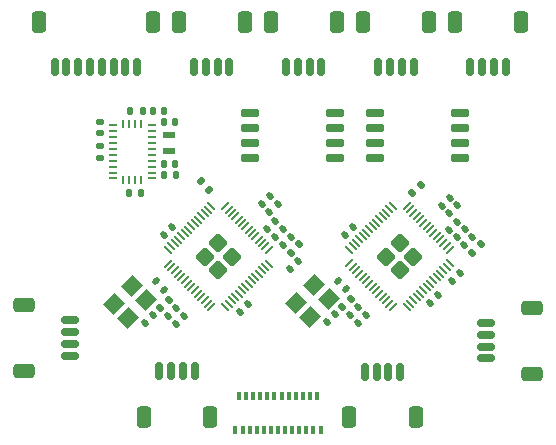
<source format=gbr>
%TF.GenerationSoftware,KiCad,Pcbnew,7.0.8*%
%TF.CreationDate,2023-12-04T13:14:00+00:00*%
%TF.ProjectId,tundraIOExpansion,74756e64-7261-4494-9f45-7870616e7369,rev?*%
%TF.SameCoordinates,Original*%
%TF.FileFunction,Paste,Top*%
%TF.FilePolarity,Positive*%
%FSLAX46Y46*%
G04 Gerber Fmt 4.6, Leading zero omitted, Abs format (unit mm)*
G04 Created by KiCad (PCBNEW 7.0.8) date 2023-12-04 13:14:00*
%MOMM*%
%LPD*%
G01*
G04 APERTURE LIST*
G04 Aperture macros list*
%AMRoundRect*
0 Rectangle with rounded corners*
0 $1 Rounding radius*
0 $2 $3 $4 $5 $6 $7 $8 $9 X,Y pos of 4 corners*
0 Add a 4 corners polygon primitive as box body*
4,1,4,$2,$3,$4,$5,$6,$7,$8,$9,$2,$3,0*
0 Add four circle primitives for the rounded corners*
1,1,$1+$1,$2,$3*
1,1,$1+$1,$4,$5*
1,1,$1+$1,$6,$7*
1,1,$1+$1,$8,$9*
0 Add four rect primitives between the rounded corners*
20,1,$1+$1,$2,$3,$4,$5,0*
20,1,$1+$1,$4,$5,$6,$7,0*
20,1,$1+$1,$6,$7,$8,$9,0*
20,1,$1+$1,$8,$9,$2,$3,0*%
%AMRotRect*
0 Rectangle, with rotation*
0 The origin of the aperture is its center*
0 $1 length*
0 $2 width*
0 $3 Rotation angle, in degrees counterclockwise*
0 Add horizontal line*
21,1,$1,$2,0,0,$3*%
G04 Aperture macros list end*
%ADD10RoundRect,0.135000X-0.035355X0.226274X-0.226274X0.035355X0.035355X-0.226274X0.226274X-0.035355X0*%
%ADD11RoundRect,0.150000X-0.650000X-0.150000X0.650000X-0.150000X0.650000X0.150000X-0.650000X0.150000X0*%
%ADD12RoundRect,0.135000X-0.135000X-0.185000X0.135000X-0.185000X0.135000X0.185000X-0.135000X0.185000X0*%
%ADD13RoundRect,0.150000X-0.150000X-0.625000X0.150000X-0.625000X0.150000X0.625000X-0.150000X0.625000X0*%
%ADD14RoundRect,0.250000X-0.350000X-0.650000X0.350000X-0.650000X0.350000X0.650000X-0.350000X0.650000X0*%
%ADD15RoundRect,0.140000X-0.219203X-0.021213X-0.021213X-0.219203X0.219203X0.021213X0.021213X0.219203X0*%
%ADD16RoundRect,0.140000X0.021213X-0.219203X0.219203X-0.021213X-0.021213X0.219203X-0.219203X0.021213X0*%
%ADD17RoundRect,0.135000X0.185000X-0.135000X0.185000X0.135000X-0.185000X0.135000X-0.185000X-0.135000X0*%
%ADD18RoundRect,0.249999X-0.558616X0.000000X0.000000X-0.558616X0.558616X0.000000X0.000000X0.558616X0*%
%ADD19RoundRect,0.050000X-0.309359X0.238649X0.238649X-0.309359X0.309359X-0.238649X-0.238649X0.309359X0*%
%ADD20RoundRect,0.050000X-0.309359X-0.238649X-0.238649X-0.309359X0.309359X0.238649X0.238649X0.309359X0*%
%ADD21RoundRect,0.150000X-0.625000X0.150000X-0.625000X-0.150000X0.625000X-0.150000X0.625000X0.150000X0*%
%ADD22RoundRect,0.250000X-0.650000X0.350000X-0.650000X-0.350000X0.650000X-0.350000X0.650000X0.350000X0*%
%ADD23RoundRect,0.135000X0.035355X-0.226274X0.226274X-0.035355X-0.035355X0.226274X-0.226274X0.035355X0*%
%ADD24RoundRect,0.150000X0.150000X0.625000X-0.150000X0.625000X-0.150000X-0.625000X0.150000X-0.625000X0*%
%ADD25RoundRect,0.250000X0.350000X0.650000X-0.350000X0.650000X-0.350000X-0.650000X0.350000X-0.650000X0*%
%ADD26RoundRect,0.140000X-0.021213X0.219203X-0.219203X0.021213X0.021213X-0.219203X0.219203X-0.021213X0*%
%ADD27RoundRect,0.140000X0.140000X0.170000X-0.140000X0.170000X-0.140000X-0.170000X0.140000X-0.170000X0*%
%ADD28RoundRect,0.135000X0.135000X0.185000X-0.135000X0.185000X-0.135000X-0.185000X0.135000X-0.185000X0*%
%ADD29RotRect,1.400000X1.200000X225.000000*%
%ADD30RoundRect,0.140000X-0.170000X0.140000X-0.170000X-0.140000X0.170000X-0.140000X0.170000X0.140000X0*%
%ADD31R,0.300000X0.800000*%
%ADD32R,0.300000X0.650000*%
%ADD33RoundRect,0.150000X0.625000X-0.150000X0.625000X0.150000X-0.625000X0.150000X-0.625000X-0.150000X0*%
%ADD34RoundRect,0.250000X0.650000X-0.350000X0.650000X0.350000X-0.650000X0.350000X-0.650000X-0.350000X0*%
%ADD35R,0.675000X0.254000*%
%ADD36R,0.254000X0.675000*%
%ADD37R,1.100000X0.600000*%
%ADD38RoundRect,0.135000X0.226274X0.035355X0.035355X0.226274X-0.226274X-0.035355X-0.035355X-0.226274X0*%
G04 APERTURE END LIST*
D10*
%TO.C,R1*%
X155937668Y-76955050D03*
X155216420Y-77676298D03*
%TD*%
D11*
%TO.C,U2*%
X146970000Y-65845000D03*
X146970000Y-67115000D03*
X146970000Y-68385000D03*
X146970000Y-69655000D03*
X154170000Y-69655000D03*
X154170000Y-68385000D03*
X154170000Y-67115000D03*
X154170000Y-65845000D03*
%TD*%
D12*
%TO.C,R6*%
X126170000Y-72577500D03*
X127190000Y-72577500D03*
%TD*%
D13*
%TO.C,USB2*%
X128730000Y-87710000D03*
X129730000Y-87710000D03*
X130730000Y-87710000D03*
X131730000Y-87710000D03*
D14*
X127430000Y-91585000D03*
X133030000Y-91585000D03*
%TD*%
D13*
%TO.C,USB1*%
X146130000Y-87720000D03*
X147130000Y-87720000D03*
X148130000Y-87720000D03*
X149130000Y-87720000D03*
D14*
X144830000Y-91595000D03*
X150430000Y-91595000D03*
%TD*%
D15*
%TO.C,C11*%
X143860589Y-80010589D03*
X144539411Y-80689411D03*
%TD*%
D16*
%TO.C,C28*%
X139184060Y-77007299D03*
X139862882Y-76328477D03*
%TD*%
D17*
%TO.C,R4*%
X123720000Y-69670000D03*
X123720000Y-68650000D03*
%TD*%
D18*
%TO.C,U1*%
X149086415Y-76843573D03*
X147955044Y-77974944D03*
X150217786Y-77974944D03*
X149086415Y-79106315D03*
D19*
X148494213Y-73705787D03*
X148211370Y-73988630D03*
X147928528Y-74271472D03*
X147645685Y-74554315D03*
X147362842Y-74837158D03*
X147080000Y-75120000D03*
X146797157Y-75402843D03*
X146514314Y-75685686D03*
X146231471Y-75968529D03*
X145948629Y-76251371D03*
X145665786Y-76534214D03*
X145382943Y-76817057D03*
X145100101Y-77099899D03*
X144817258Y-77382742D03*
D20*
X144817258Y-78567146D03*
X145100101Y-78849989D03*
X145382943Y-79132831D03*
X145665786Y-79415674D03*
X145948629Y-79698517D03*
X146231471Y-79981359D03*
X146514314Y-80264202D03*
X146797157Y-80547045D03*
X147080000Y-80829888D03*
X147362842Y-81112730D03*
X147645685Y-81395573D03*
X147928528Y-81678416D03*
X148211370Y-81961258D03*
X148494213Y-82244101D03*
D19*
X149678617Y-82244101D03*
X149961460Y-81961258D03*
X150244302Y-81678416D03*
X150527145Y-81395573D03*
X150809988Y-81112730D03*
X151092830Y-80829888D03*
X151375673Y-80547045D03*
X151658516Y-80264202D03*
X151941359Y-79981359D03*
X152224201Y-79698517D03*
X152507044Y-79415674D03*
X152789887Y-79132831D03*
X153072729Y-78849989D03*
X153355572Y-78567146D03*
D20*
X153355572Y-77382742D03*
X153072729Y-77099899D03*
X152789887Y-76817057D03*
X152507044Y-76534214D03*
X152224201Y-76251371D03*
X151941359Y-75968529D03*
X151658516Y-75685686D03*
X151375673Y-75402843D03*
X151092830Y-75120000D03*
X150809988Y-74837158D03*
X150527145Y-74554315D03*
X150244302Y-74271472D03*
X149961460Y-73988630D03*
X149678617Y-73705787D03*
%TD*%
D16*
%TO.C,C10*%
X154567633Y-77005085D03*
X155246455Y-76326263D03*
%TD*%
%TO.C,C6*%
X153290589Y-74329411D03*
X153969411Y-73650589D03*
%TD*%
D21*
%TO.C,FINGER5R1*%
X121140000Y-83390000D03*
X121140000Y-84390000D03*
X121140000Y-85390000D03*
X121140000Y-86390000D03*
D22*
X117265000Y-82090000D03*
X117265000Y-87690000D03*
%TD*%
D23*
%TO.C,R2*%
X144239376Y-82270624D03*
X144960624Y-81549376D03*
%TD*%
D24*
%TO.C,FingerAux1*%
X126860000Y-61955000D03*
X125860000Y-61955000D03*
X124860000Y-61955000D03*
X123860000Y-61955000D03*
X122860000Y-61955000D03*
X121860000Y-61955000D03*
X120860000Y-61955000D03*
X119860000Y-61955000D03*
D25*
X128160000Y-58080000D03*
X118560000Y-58080000D03*
%TD*%
D24*
%TO.C,FINGER4*%
X158060000Y-61955000D03*
X157060000Y-61955000D03*
X156060000Y-61955000D03*
X155060000Y-61955000D03*
D25*
X159360000Y-58080000D03*
X153760000Y-58080000D03*
%TD*%
D23*
%TO.C,R9*%
X150149376Y-72610624D03*
X150870624Y-71889376D03*
%TD*%
D26*
%TO.C,C25*%
X130809411Y-82990589D03*
X130130589Y-83669411D03*
%TD*%
D16*
%TO.C,C3*%
X151617633Y-81925085D03*
X152296455Y-81246263D03*
%TD*%
%TO.C,C18*%
X139780589Y-79059411D03*
X140459411Y-78380589D03*
%TD*%
D27*
%TO.C,C16*%
X130080000Y-66597500D03*
X129120000Y-66597500D03*
%TD*%
D16*
%TO.C,C27*%
X137400589Y-73539411D03*
X138079411Y-72860589D03*
%TD*%
D26*
%TO.C,C8*%
X146229411Y-82910589D03*
X145550589Y-83589411D03*
%TD*%
D27*
%TO.C,C13*%
X129120000Y-65677500D03*
X128160000Y-65677500D03*
%TD*%
D28*
%TO.C,R5*%
X130130000Y-71050000D03*
X129110000Y-71050000D03*
%TD*%
D26*
%TO.C,C22*%
X130159411Y-82330589D03*
X129480589Y-83009411D03*
%TD*%
D16*
%TO.C,C26*%
X138060589Y-74189411D03*
X138739411Y-73510589D03*
%TD*%
D26*
%TO.C,C20*%
X136259411Y-81960589D03*
X135580589Y-82639411D03*
%TD*%
D29*
%TO.C,Y1*%
X141856777Y-80381142D03*
X140301142Y-81936777D03*
X141503223Y-83138858D03*
X143058858Y-81583223D03*
%TD*%
D24*
%TO.C,FINGER1*%
X134660000Y-61955000D03*
X133660000Y-61955000D03*
X132660000Y-61955000D03*
X131660000Y-61955000D03*
D25*
X135960000Y-58080000D03*
X130360000Y-58080000D03*
%TD*%
D30*
%TO.C,C14*%
X123730000Y-66547500D03*
X123730000Y-67507500D03*
%TD*%
D16*
%TO.C,C9*%
X152640589Y-73669411D03*
X153319411Y-72990589D03*
%TD*%
D15*
%TO.C,C19*%
X128430589Y-80090589D03*
X129109411Y-80769411D03*
%TD*%
D24*
%TO.C,FINGER3*%
X150260000Y-61955000D03*
X149260000Y-61955000D03*
X148260000Y-61955000D03*
X147260000Y-61955000D03*
D25*
X151560000Y-58080000D03*
X145960000Y-58080000D03*
%TD*%
D26*
%TO.C,C5*%
X145136455Y-75446263D03*
X144457633Y-76125085D03*
%TD*%
%TO.C,C12*%
X143629411Y-82870589D03*
X142950589Y-83549411D03*
%TD*%
D10*
%TO.C,R8*%
X140564095Y-76957264D03*
X139842847Y-77678512D03*
%TD*%
D16*
%TO.C,C23*%
X137864060Y-75687299D03*
X138542882Y-75008477D03*
%TD*%
D31*
%TO.C,J1*%
X135180000Y-92637500D03*
D32*
X135480000Y-89762500D03*
D31*
X135780000Y-92637500D03*
D32*
X136080000Y-89762500D03*
D31*
X136380000Y-92637500D03*
D32*
X136680000Y-89762500D03*
D31*
X136980000Y-92637500D03*
D32*
X137280000Y-89762500D03*
D31*
X137580000Y-92637500D03*
D32*
X137880000Y-89762500D03*
D31*
X138180000Y-92637500D03*
D32*
X138480000Y-89762500D03*
D31*
X138780000Y-92637500D03*
D32*
X139080000Y-89762500D03*
D31*
X139380000Y-92637500D03*
D32*
X139680000Y-89762500D03*
D31*
X139980000Y-92637500D03*
D32*
X140280000Y-89762500D03*
D31*
X140580000Y-92637500D03*
D32*
X140880000Y-89762500D03*
D31*
X141180000Y-92637500D03*
D32*
X141480000Y-89762500D03*
D31*
X141780000Y-92637500D03*
D32*
X142080000Y-89762500D03*
D31*
X142380000Y-92637500D03*
%TD*%
D33*
%TO.C,FINGER5L1*%
X156420000Y-86610000D03*
X156420000Y-85610000D03*
X156420000Y-84610000D03*
X156420000Y-83610000D03*
D34*
X160295000Y-87910000D03*
X160295000Y-82310000D03*
%TD*%
D16*
%TO.C,C7*%
X153247633Y-75695085D03*
X153926455Y-75016263D03*
%TD*%
D11*
%TO.C,U4*%
X136420000Y-65855000D03*
X136420000Y-67125000D03*
X136420000Y-68395000D03*
X136420000Y-69665000D03*
X143620000Y-69665000D03*
X143620000Y-68395000D03*
X143620000Y-67125000D03*
X143620000Y-65855000D03*
%TD*%
D35*
%TO.C,U3*%
X128102500Y-66870000D03*
D36*
X127190000Y-66732500D03*
X126690000Y-66732500D03*
X126190000Y-66732500D03*
X125690000Y-66732500D03*
D35*
X124777500Y-66870000D03*
X124777500Y-67370000D03*
X124777500Y-67870000D03*
X124777500Y-68370000D03*
X124777500Y-68870000D03*
X124777500Y-69370000D03*
X124777500Y-69870000D03*
X124777500Y-70370000D03*
X124777500Y-70870000D03*
X124777500Y-71370000D03*
D36*
X125690000Y-71507500D03*
X126190000Y-71507500D03*
X126690000Y-71507500D03*
X127190000Y-71507500D03*
D35*
X128102500Y-71370000D03*
X128102500Y-70870000D03*
X128102500Y-70370000D03*
X128102500Y-69870000D03*
X128102500Y-69370000D03*
X128102500Y-68870000D03*
X128102500Y-68370000D03*
X128102500Y-67870000D03*
X128102500Y-67370000D03*
%TD*%
D26*
%TO.C,C4*%
X145579411Y-82250589D03*
X144900589Y-82929411D03*
%TD*%
D18*
%TO.C,U5*%
X133733572Y-76865045D03*
X132602201Y-77996416D03*
X134864943Y-77996416D03*
X133733572Y-79127787D03*
D19*
X133141370Y-73727259D03*
X132858527Y-74010102D03*
X132575685Y-74292944D03*
X132292842Y-74575787D03*
X132009999Y-74858630D03*
X131727157Y-75141472D03*
X131444314Y-75424315D03*
X131161471Y-75707158D03*
X130878628Y-75990001D03*
X130595786Y-76272843D03*
X130312943Y-76555686D03*
X130030100Y-76838529D03*
X129747258Y-77121371D03*
X129464415Y-77404214D03*
D20*
X129464415Y-78588618D03*
X129747258Y-78871461D03*
X130030100Y-79154303D03*
X130312943Y-79437146D03*
X130595786Y-79719989D03*
X130878628Y-80002831D03*
X131161471Y-80285674D03*
X131444314Y-80568517D03*
X131727157Y-80851360D03*
X132009999Y-81134202D03*
X132292842Y-81417045D03*
X132575685Y-81699888D03*
X132858527Y-81982730D03*
X133141370Y-82265573D03*
D19*
X134325774Y-82265573D03*
X134608617Y-81982730D03*
X134891459Y-81699888D03*
X135174302Y-81417045D03*
X135457145Y-81134202D03*
X135739987Y-80851360D03*
X136022830Y-80568517D03*
X136305673Y-80285674D03*
X136588516Y-80002831D03*
X136871358Y-79719989D03*
X137154201Y-79437146D03*
X137437044Y-79154303D03*
X137719886Y-78871461D03*
X138002729Y-78588618D03*
D20*
X138002729Y-77404214D03*
X137719886Y-77121371D03*
X137437044Y-76838529D03*
X137154201Y-76555686D03*
X136871358Y-76272843D03*
X136588516Y-75990001D03*
X136305673Y-75707158D03*
X136022830Y-75424315D03*
X135739987Y-75141472D03*
X135457145Y-74858630D03*
X135174302Y-74575787D03*
X134891459Y-74292944D03*
X134608617Y-74010102D03*
X134325774Y-73727259D03*
%TD*%
D16*
%TO.C,C1*%
X153907633Y-76345085D03*
X154586455Y-75666263D03*
%TD*%
D37*
%TO.C,Y3*%
X129590000Y-69057500D03*
X129590000Y-67657500D03*
%TD*%
D27*
%TO.C,C15*%
X130080000Y-70117500D03*
X129120000Y-70117500D03*
%TD*%
D26*
%TO.C,C21*%
X128209411Y-82950589D03*
X127530589Y-83629411D03*
%TD*%
%TO.C,C2*%
X154166455Y-79376263D03*
X153487633Y-80055085D03*
%TD*%
D38*
%TO.C,R10*%
X132980624Y-72320624D03*
X132259376Y-71599376D03*
%TD*%
D23*
%TO.C,R7*%
X128819376Y-82350624D03*
X129540624Y-81629376D03*
%TD*%
D29*
%TO.C,Y2*%
X126436777Y-80461142D03*
X124881142Y-82016777D03*
X126083223Y-83218858D03*
X127638858Y-81663223D03*
%TD*%
D12*
%TO.C,R3*%
X126290000Y-65667500D03*
X127310000Y-65667500D03*
%TD*%
D16*
%TO.C,C17*%
X138524060Y-76347299D03*
X139202882Y-75668477D03*
%TD*%
D26*
%TO.C,C24*%
X129775826Y-75474162D03*
X129097004Y-76152984D03*
%TD*%
D24*
%TO.C,FINGER2*%
X142460000Y-61955000D03*
X141460000Y-61955000D03*
X140460000Y-61955000D03*
X139460000Y-61955000D03*
D25*
X143760000Y-58080000D03*
X138160000Y-58080000D03*
%TD*%
M02*

</source>
